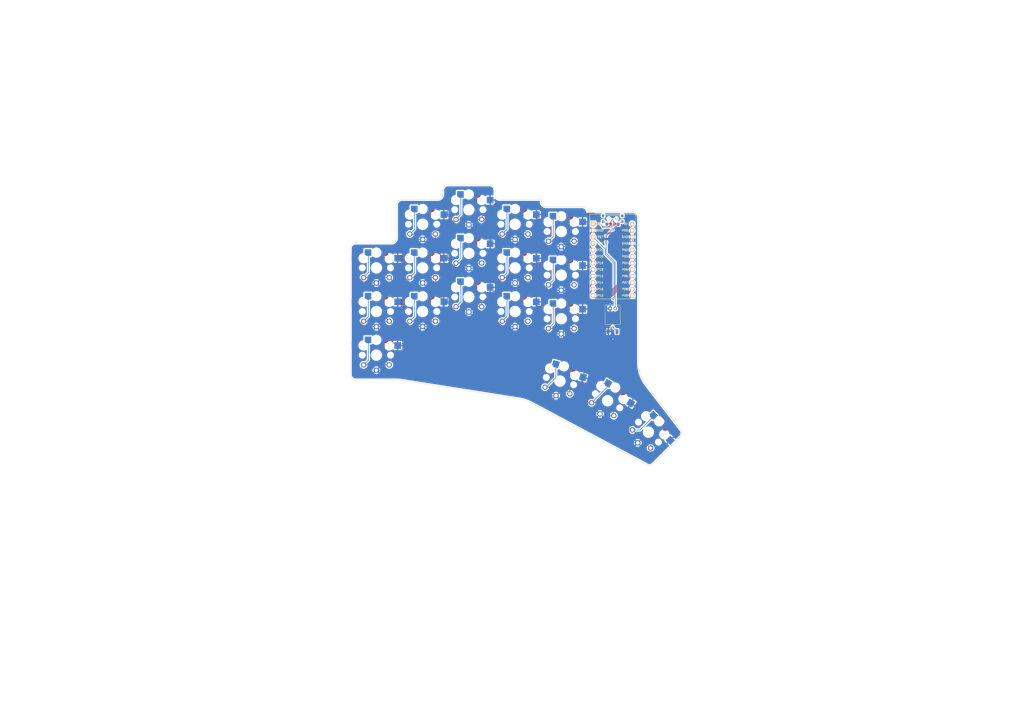
<source format=kicad_pcb>
(kicad_pcb (version 20211014) (generator pcbnew)
  (title_block (title "rae_dux_no_splay") (rev "v1.0.0") (company "Unknown"))
  (layers (0 "F.Cu" signal) (31 "B.Cu" signal) (34 "B.Paste" user) (35 "F.Paste" user) (36 "B.SilkS" user "B.Silkscreen") (37 "F.SilkS" user "F.Silkscreen") (38 "B.Mask" user) (39 "F.Mask" user) (44 "Edge.Cuts" user))
  (net 0 "")
  (net 1 "P6")
  (net 2 "GND")
  (net 3 "P5")
  (net 4 "P4")
  (net 5 "P3")
  (net 6 "P2")
  (net 7 "P10")
  (net 8 "P15")
  (net 9 "P0")
  (net 10 "P1")
  (net 11 "P14")
  (net 12 "P18")
  (net 13 "P20")
  (net 14 "P16")
  (net 15 "P19")
  (net 16 "P21")
  (net 17 "P7")
  (net 18 "P8")
  (net 19 "P9")
  (net 20 "RAW")
  (net 21 "RST")
  (net 22 "VCC")
  (net 23 "Braw")
  (footprint "E73:SPDT_C128955" (layer "F.Cu") (at 251.286666 95.386666)
    (fp_text reference "T1" hide)
    (fp_text value "" hide)
  )
  (footprint "lib:bat" (layer "F.Cu") (at 251.286666 130.386666)
    (fp_text reference "")
    (fp_text value "")
  )
  (footprint "PG1350" (layer "F.Cu") (at 265.222822 178.557705 -45)
    (fp_text reference "S35" hide)
    (fp_text value "" hide)
  )
  (footprint "PG1350" (layer "F.Cu") (at 231.286666 100.386666)
    (fp_text reference "S29" hide)
    (fp_text value "" hide)
  )
  (footprint "PG1350" (layer "F.Cu") (at 249.304224 166.342936 -30)
    (fp_text reference "S33" hide)
    (fp_text value "" hide)
  )
  (footprint "PG1350" (layer "F.Cu") (at 177.286666 97.553333 180)
    (fp_text reference "S12" hide)
    (fp_text value "" hide)
  )
  (footprint "PG1350" (layer "F.Cu") (at 159.286666 148.553333 180)
    (fp_text reference "S2" hide)
    (fp_text value "" hide)
  )
  (footprint "PG1350" (layer "F.Cu") (at 195.286666 125.886666 180)
    (fp_text reference "S14" hide)
    (fp_text value "" hide)
  )
  (footprint "E73:SPDT_C128955" (layer "F.Cu") (at 251.286666 95.386666)
    (fp_text reference "T2" hide)
    (fp_text value "" hide)
  )
  (footprint "Button_Switch_SMD:SW_SPST_B3U-1000P" (layer "F.Cu") (at 251.286666 139.386666)
    (fp_text reference "")
    (fp_text value "")
  )
  (footprint "PG1350" (layer "F.Cu") (at 249.304224 166.342936 150)
    (fp_text reference "S34" hide)
    (fp_text value "" hide)
  )
  (footprint "PG1350" (layer "F.Cu") (at 231.286666 117.386666 180)
    (fp_text reference "S28" hide)
    (fp_text value "" hide)
  )
  (footprint "PG1350" (layer "F.Cu") (at 213.286666 97.553333)
    (fp_text reference "S23" hide)
    (fp_text value "" hide)
  )
  (footprint "PG1350" (layer "F.Cu") (at 159.286666 148.553333)
    (fp_text reference "S1" hide)
    (fp_text value "" hide)
  )
  (footprint "PG1350" (layer "F.Cu") (at 159.286666 131.553333 180)
    (fp_text reference "S4" hide)
    (fp_text value "" hide)
  )
  (footprint "PG1350" (layer "F.Cu") (at 195.286666 91.886666 180)
    (fp_text reference "S18" hide)
    (fp_text value "" hide)
  )
  (footprint "PG1350" (layer "F.Cu") (at 213.286666 114.553333)
    (fp_text reference "S21" hide)
    (fp_text value "" hide)
  )
  (footprint "PG1350" (layer "F.Cu") (at 231.286666 117.386666)
    (fp_text reference "S27" hide)
    (fp_text value "" hide)
  )
  (footprint "PG1350" (layer "F.Cu") (at 195.286666 91.886666)
    (fp_text reference "S17" hide)
    (fp_text value "" hide)
  )
  (footprint "PG1350" (layer "F.Cu") (at 231.286666 134.386666 180)
    (fp_text reference "S26" hide)
    (fp_text value "" hide)
  )
  (footprint "ProMicro" (layer "F.Cu") (at 251.286666 111.386666 -90)
    (fp_text reference "MCU1" hide)
    (fp_text value "" hide)
  )
  (footprint "PG1350" (layer "F.Cu") (at 213.286666 114.553333 180)
    (fp_text reference "S22" hide)
    (fp_text value "" hide)
  )
  (footprint "PG1350" (layer "F.Cu") (at 265.222822 178.557705 135)
    (fp_text reference "S36" hide)
    (fp_text value "" hide)
  )
  (footprint "PG1350" (layer "F.Cu") (at 213.286666 97.553333 180)
    (fp_text reference "S24" hide)
    (fp_text value "" hide)
  )
  (footprint "PG1350" (layer "F.Cu") (at 231.286666 134.386666)
    (fp_text reference "S25" hide)
    (fp_text value "" hide)
  )
  (footprint "PG1350" (layer "F.Cu") (at 195.286666 108.886666)
    (fp_text reference "S15" hide)
    (fp_text value "" hide)
  )
  (footprint "PG1350" (layer "F.Cu") (at 177.286666 114.553333)
    (fp_text reference "S9" hide)
    (fp_text value "" hide)
  )
  (footprint "PG1350" (layer "F.Cu") (at 177.286666 97.553333)
    (fp_text reference "S11" hide)
    (fp_text value "" hide)
  )
  (footprint "PG1350" (layer "F.Cu") (at 230.766625 158.664411 -15)
    (fp_text reference "S31" hide)
    (fp_text value "" hide)
  )
  (footprint "PG1350" (layer "F.Cu") (at 159.286666 114.553333)
    (fp_text reference "S5" hide)
    (fp_text value "" hide)
  )
  (footprint "Button_Switch_SMD:SW_SPST_B3U-1000P" (layer "F.Cu") (at 251.286666 139.386666)
    (fp_text reference "")
    (fp_text value "")
  )
  (footprint "PG1350" (layer "F.Cu") (at 231.286666 100.386666 180)
    (fp_text reference "S30" hide)
    (fp_text value "" hide)
  )
  (footprint "PG1350" (layer "F.Cu") (at 195.286666 125.886666)
    (fp_text reference "S13" hide)
    (fp_text value "" hide)
  )
  (footprint "PG1350" (layer "F.Cu") (at 177.286666 131.553333)
    (fp_text reference "S7" hide)
    (fp_text value "" hide)
  )
  (footprint "PG1350" (layer "F.Cu") (at 213.286666 131.553333 180)
    (fp_text reference "S20" hide)
    (fp_text value "" hide)
  )
  (footprint "PG1350" (layer "F.Cu") (at 159.286666 114.553333 180)
    (fp_text reference "S6" hide)
    (fp_text value "" hide)
  )
  (footprint "PG1350" (layer "F.Cu") (at 195.286666 108.886666 180)
    (fp_text reference "S16" hide)
    (fp_text value "" hide)
  )
  (footprint "PG1350" (layer "F.Cu") (at 230.766625 158.664411 165)
    (fp_text reference "S32" hide)
    (fp_text value "" hide)
  )
  (footprint "PG1350" (layer "F.Cu") (at 177.286666 114.553333 180)
    (fp_text reference "S10" hide)
    (fp_text value "" hide)
  )
  (footprint "PG1350" (layer "F.Cu") (at 177.286666 131.553333 180)
    (fp_text reference "S8" hide)
    (fp_text value "" hide)
  )
  (footprint "PG1350" (layer "F.Cu") (at 213.286666 131.553333)
    (fp_text reference "S19" hide)
    (fp_text value "" hide)
  )
  (footprint "PG1350" (layer "F.Cu") (at 159.286666 131.553333)
    (fp_text reference "S3" hide)
    (fp_text value "" hide)
  )
  (gr_arc (start 151.186666 158.153333) (mid 149.772452 157.567547) (end 149.186666 156.153333) (layer "Edge.Cuts") (width 0.15))
  (gr_arc (start 225.386666 90.786666) (mid 223.972452 90.20088) (end 223.386666 88.786666) (layer "Edge.Cuts") (width 0.15))
  (gr_arc (start 203.386666 82.286666) (mid 204.80088 82.872452) (end 205.386666 84.286666) (layer "Edge.Cuts") (width 0.15))
  (gr_arc (start 185.186666 84.286666) (mid 185.772452 82.872452) (end 187.186666 82.286666) (layer "Edge.Cuts") (width 0.15))
  (gr_line (start 167.186666 102.953333) (end 167.186666 89.953333) (layer "Edge.Cuts") (width 0.15))
  (gr_arc (start 214.923815 165.565385) (mid 217.356431 166.16064) (end 219.656105 167.152329) (layer "Edge.Cuts") (width 0.15))
  (gr_arc (start 264.404166 160.372693) (mid 262.087414 156.053537) (end 261.286666 151.218121) (layer "Edge.Cuts") (width 0.15))
  (gr_line (start 149.186666 156.153333) (end 149.186666 106.953333) (layer "Edge.Cuts") (width 0.15))
  (gr_line (start 185.186666 85.953333) (end 185.186666 84.286666) (layer "Edge.Cuts") (width 0.15))
  (gr_arc (start 166.745373 158.153333) (mid 167.917216 158.199177) (end 169.081897 158.336429) (layer "Edge.Cuts") (width 0.15))
  (gr_line (start 223.386666 87.953333) (end 223.386666 88.786666) (layer "Edge.Cuts") (width 0.15))
  (gr_arc (start 259.286666 92.736666) (mid 260.70088 93.322452) (end 261.286666 94.736666) (layer "Edge.Cuts") (width 0.15))
  (gr_line (start 187.186666 82.286666) (end 203.386666 82.286666) (layer "Edge.Cuts") (width 0.15))
  (gr_line (start 264.404166 160.372693) (end 277.59719 177.497045) (layer "Edge.Cuts") (width 0.15))
  (gr_arc (start 167.186666 89.953333) (mid 167.772452 88.539119) (end 169.186666 87.953333) (layer "Edge.Cuts") (width 0.15))
  (gr_line (start 151.186666 104.953333) (end 165.186666 104.953333) (layer "Edge.Cuts") (width 0.15))
  (gr_arc (start 207.386666 87.953333) (mid 205.972452 87.367547) (end 205.386666 85.953333) (layer "Edge.Cuts") (width 0.15))
  (gr_arc (start 239.386666 90.786666) (mid 240.78309 91.354884) (end 241.386041 92.736666) (layer "Edge.Cuts") (width 0.15))
  (gr_line (start 264.162161 190.932074) (end 219.656105 167.152329) (layer "Edge.Cuts") (width 0.15))
  (gr_line (start 205.386666 84.286666) (end 205.386666 85.953333) (layer "Edge.Cuts") (width 0.15))
  (gr_arc (start 185.186666 85.953333) (mid 184.60088 87.367547) (end 183.186666 87.953333) (layer "Edge.Cuts") (width 0.15))
  (gr_line (start 225.386666 90.786666) (end 239.386666 90.786666) (layer "Edge.Cuts") (width 0.15))
  (gr_line (start 259.286666 92.736666) (end 241.386041 92.736666) (layer "Edge.Cuts") (width 0.15))
  (gr_line (start 214.923815 165.565386) (end 169.081897 158.336429) (layer "Edge.Cuts") (width 0.15))
  (gr_line (start 151.186666 158.153333) (end 166.745373 158.153333) (layer "Edge.Cuts") (width 0.15))
  (gr_arc (start 266.990589 190.932074) (mid 265.576375 191.517861) (end 264.162161 190.932074) (layer "Edge.Cuts") (width 0.15))
  (gr_arc (start 277.59719 177.497046) (mid 278.182976 178.911259) (end 277.59719 180.325472) (layer "Edge.Cuts") (width 0.15))
  (gr_line (start 261.286666 151.218121) (end 261.286666 94.736666) (layer "Edge.Cuts") (width 0.15))
  (gr_line (start 169.186666 87.953333) (end 183.186666 87.953333) (layer "Edge.Cuts") (width 0.15))
  (gr_line (start 207.386666 87.953333) (end 223.386666 87.953333) (layer "Edge.Cuts") (width 0.15))
  (gr_arc (start 149.186666 106.953333) (mid 149.772452 105.539119) (end 151.186666 104.953333) (layer "Edge.Cuts") (width 0.15))
  (gr_line (start 266.990589 190.932074) (end 277.59719 180.325472) (layer "Edge.Cuts") (width 0.15))
  (gr_arc (start 167.186666 102.953333) (mid 166.60088 104.367547) (end 165.186666 104.953333) (layer "Edge.Cuts") (width 0.15))
  (segment (start 166.230416 144.096109) (end 244.363301 144.096109) (width 0.25) (layer "F.Cu") (net 1))
  (segment (start 163.510213 142.928812) (end 165.063119 142.928812) (width 0.25) (layer "F.Cu") (net 1))
  (segment (start 162.412145 150.478812) (end 164.286666 152.353333) (width 0.25) (layer "F.Cu") (net 1))
  (segment (start 162.412145 142.752854) (end 162.412145 150.478812) (width 0.25) (layer "F.Cu") (net 1))
  (segment (start 163.198679 143.240346) (end 163.510213 142.928812) (width 0.25) (layer "F.Cu") (net 1))
  (segment (start 244.363301 144.096109) (end 248.064362 140.395048) (width 0.25) (layer "F.Cu") (net 1))
  (segment (start 162.561666 142.603333) (end 162.412145 142.752854) (width 0.25) (layer "F.Cu") (net 1))
  (segment (start 162.561666 142.603333) (end 163.198679 143.240346) (width 0.25) (layer "F.Cu") (net 1))
  (segment (start 164.286666 152.353333) (end 154.286666 152.353333) (width 0.25) (layer "F.Cu") (net 1))
  (segment (start 248.064362 140.395048) (end 248.064362 128.57897) (width 0.25) (layer "F.Cu") (net 1))
  (segment (start 165.063119 142.928812) (end 166.230416 144.096109) (width 0.25) (layer "F.Cu") (net 1))
  (segment (start 248.064362 128.57897) (end 258.906666 117.736666) (width 0.25) (layer "F.Cu") (net 1))
  (segment (start 156.161187 150.478812) (end 154.286666 152.353333) (width 0.25) (layer "B.Cu") (net 1))
  (segment (start 156.011666 142.603333) (end 156.161187 142.752854) (width 0.25) (layer "B.Cu") (net 1))
  (segment (start 156.161187 142.752854) (end 156.161187 150.478812) (width 0.25) (layer "B.Cu") (net 1))
  (segment (start 187.011666 122.136666) (end 187.011666 128.307436) (width 0.25) (layer "F.Cu") (net 2))
  (segment (start 262.023164 170.054746) (end 257.659771 174.418139) (width 0.25) (layer "F.Cu") (net 2))
  (segment (start 169.011666 110.803333) (end 169.011666 116.974103) (width 0.25) (layer "F.Cu") (net 2))
  (segment (start 151.011666 127.803333) (end 151.011666 133.974103) (width 0.25) (layer "F.Cu") (net 2))
  (segment (start 223.011666 136.807436) (end 226.490896 140.286666) (width 0.25) (layer "F.Cu") (net 2))
  (segment (start 222.682714 162.309381) (end 224.736706 164.363373) (width 0.25) (layer "F.Cu") (net 2))
  (segment (start 152.246666 155.373333) (end 158.366666 155.373333) (width 0.25) (layer "F.Cu") (net 2))
  (segment (start 257.659771 174.418139) (end 257.659771 179.338514) (width 0.25) (layer "F.Cu") (net 2))
  (segment (start 223.011666 113.636666) (end 223.011666 119.807436) (width 0.25) (layer "F.Cu") (net 2))
  (segment (start 169.011666 127.803333) (end 169.011666 133.974103) (width 0.25) (layer "F.Cu") (net 2))
  (segment (start 222.682714 153.961908) (end 222.682714 162.309381) (width 0.25) (layer "F.Cu") (net 2))
  (segment (start 205.011666 93.803333) (end 205.011666 99.974103) (width 0.25) (layer "F.Cu") (net 2))
  (segment (start 226.490896 123.286666) (end 231.286666 123.286666) (width 0.25) (layer "F.Cu") (net 2))
  (segment (start 241.733586 161.237119) (end 241.733586 168.660253) (width 0.25) (layer "F.Cu") (net 2))
  (segment (start 244.525819 171.452486) (end 246.354224 171.452486) (width 0.25) (layer "F.Cu") (net 2))
  (segment (start 187.011666 128.307436) (end 190.490896 131.786666) (width 0.25) (layer "F.Cu") (net 2))
  (segment (start 223.011666 130.636666) (end 223.011666 136.807436) (width 0.25) (layer "F.Cu") (net 2))
  (segment (start 223.011666 96.636666) (end 223.011666 102.807436) (width 0.25) (layer "F.Cu") (net 2))
  (segment (start 252.986666 140.765559) (end 252.986666 139.386666) (width 0.25) (layer "F.Cu") (net 2))
  (segment (start 169.011666 116.974103) (end 172.490896 120.453333) (width 0.25) (layer "F.Cu") (net 2))
  (segment (start 190.490896 97.786666) (end 195.286666 97.786666) (width 0.25) (layer "F.Cu") (net 2))
  (segment (start 169.011666 133.974103) (end 172.490896 137.453333) (width 0.25) (layer "F.Cu") (net 2))
  (segment (start 151.011666 154.138333) (end 152.246666 155.373333) (width 0.25) (layer "F.Cu") (net 2))
  (segment (start 151.011666 116.974103) (end 154.490896 120.453333) (width 0.25) (layer "F.Cu") (net 2))
  (segment (start 205.011666 133.974103) (end 208.490896 137.453333) (width 0.25) (layer "F.Cu") (net 2))
  (segment (start 208.490896 103.453333) (end 213.286666 103.453333) (width 0.25) (layer "F.Cu") (net 2))
  (segment (start 171.446666 103.453333) (end 177.286666 103.453333) (width 0.25) (layer "F.Cu") (net 2))
  (segment (start 187.011666 105.136666) (end 187.011666 111.307436) (width 0.25) (layer "F.Cu") (net 2))
  (segment (start 154.490896 120.453333) (end 159.286666 120.453333) (width 0.25) (layer "F.Cu") (net 2))
  (segment (start 172.490896 137.453333) (end 177.286666 137.453333) (width 0.25) (layer "F.Cu") (net 2))
  (segment (start 208.490896 137.453333) (end 213.286666 137.453333) (width 0.25) (layer "F.Cu") (net 2))
  (segment (start 169.011666 93.803333) (end 169.011666 101.018333) (width 0.25) (layer "F.Cu") (net 2))
  (segment (start 151.011666 133.974103) (end 154.490896 137.453333) (width 0.25) (layer "F.Cu") (net 2))
  (segment (start 190.490896 131.786666) (end 195.286666 131.786666) (width 0.25) (layer "F.Cu") (net 2))
  (segment (start 158.366666 155.373333) (end 159.286666 154.453333) (width 0.25) (layer "F.Cu") (net 2))
  (segment (start 251.383356 142.368869) (end 252.986666 140.765559) (width 0.25) (layer "F.Cu") (net 2))
  (segment (start 187.011666 111.307436) (end 190.490896 114.786666) (width 0.25) (layer "F.Cu") (net 2))
  (segment (start 205.011666 99.974103) (end 208.490896 103.453333) (width 0.25) (layer "F.Cu") (net 2))
  (segment (start 226.490896 106.286666) (end 231.286666 106.286666) (width 0.25) (layer "F.Cu") (net 2))
  (segment (start 223.011666 119.807436) (end 226.490896 123.286666) (width 0.25) (layer "F.Cu") (net 2))
  (segment (start 190.490896 114.786666) (end 195.286666 114.786666) (width 0.25) (layer "F.Cu") (net 2))
  (segment (start 208.490896 120.453333) (end 213.286666 120.453333) (width 0.25) (layer "F.Cu") (net 2))
  (segment (start 223.74416 152.900462) (end 222.682714 153.961908) (width 0.25) (layer "F.Cu") (net 2))
  (segment (start 205.011666 127.803333) (end 205.011666 133.974103) (width 0.25) (layer "F.Cu") (net 2))
  (segment (start 154.490896 137.453333) (end 159.286666 137.453333) (width 0.25) (layer "F.Cu") (net 2))
  (segment (start 257.659771 179.338514) (end 261.050892 182.729635) (width 0.25) (layer "F.Cu") (net 2))
  (segment (start 187.011666 94.307436) (end 190.490896 97.786666) (width 0.25) (layer "F.Cu") (net 2))
  (segment (start 244.012864 158.957841) (end 241.733586 161.237119) (width 0.25) (layer "F.Cu") (net 2))
  (segment (start 241.733586 168.660253) (end 244.525819 171.452486) (width 0.25) (layer "F.Cu") (net 2))
  (segment (start 151.011666 144.803333) (end 151.011666 154.138333) (width 0.25) (layer "F.Cu") (net 2))
  (segment (start 224.736706 164.363373) (end 229.239593 164.363373) (width 0.25) (layer "F.Cu") (net 2))
  (segment (start 172.490896 120.453333) (end 177.286666 120.453333) (width 0.25) (layer "F.Cu") (net 2))
  (segment (start 151.011666 110.803333) (end 151.011666 116.974103) (width 0.25) (layer "F.Cu") (net 2))
  (segment (start 223.011666 102.807436) (end 226.490896 106.286666) (width 0.25) (layer "F.Cu") (net 2))
  (segment (start 226.490896 140.286666) (end 231.286666 140.286666) (width 0.25) (layer "F.Cu") (net 2))
  (segment (start 205.011666 116.974103) (end 208.490896 120.453333) (width 0.25) (layer "F.Cu") (net 2))
  (segment (start 205.011666 110.803333) (end 205.011666 116.974103) (width 0.25) (layer "F.Cu") (net 2))
  (segment (start 187.011666 88.136666) (end 187.011666 94.307436) (width 0.25) (layer "F.Cu") (net 2))
  (segment (start 169.011666 101.018333) (end 171.446666 103.453333) (width 0.25) (layer "F.Cu") (net 2))
  (via (at 251.383356 142.368869) (size 0.8) (drill 0.4) (layers "F.Cu" "B.Cu") (net 2))
  (segment (start 231.286666 140.286666) (end 248.686666 140.286666) (width 0.25) (layer "B.Cu") (net 2))
  (segment (start 167.561666 127.803333) (end 167.561666 137.388333) (width 0.25) (layer "B.Cu") (net 2))
  (segment (start 220.673333 140.286666) (end 231.286666 140.286666) (width 0.25) (layer "B.Cu") (net 2))
  (segment (start 221.561666 110.803333) (end 221.561666 106.378333) (width 0.25) (layer "B.Cu") (net 2))
  (segment (start 239.730233 171.168072) (end 239.445819 171.452486) (width 0.25) (layer "B.Cu") (net 2))
  (segment (start 166.566666 154.453333) (end 159.286666 154.453333) (width 0.25) (layer "B.Cu") (net 2))
  (segment (start 193.06051 100.012822) (end 185.786155 100.012822) (width 0.25) (layer "B.Cu") (net 2))
  (segment (start 203.561666 122.136666) (end 203.561666 120.578333) (width 0.25) (layer "B.Cu") (net 2))
  (segment (start 250.950868 176.049131) (end 246.354224 171.452486) (width 0.25) (layer "B.Cu") (net 2))
  (segment (start 257.631373 182.729635) (end 250.950868 176.049131) (width 0.25) (layer "B.Cu") (net 2))
  (segment (start 258.345584 168.654415) (end 250.950868 176.049131) (width 0.25) (layer "B.Cu") (net 2))
  (segment (start 231.286666 106.286666) (end 221.653333 106.286666) (width 0.25) (layer "B.Cu") (net 2))
  (segment (start 202.390173 120.453333) (end 203.686666 120.453333) (width 0.25) (layer "B.Cu") (net 2))
  (segment (start 167.561666 144.803333) (end 167.561666 153.458333) (width 0.25) (layer "B.Cu") (net 2))
  (segment (start 167.561666 110.803333) (end 167.561666 119.888333) (width 0.25) (layer "B.Cu") (net 2))
  (segment (start 249.586666 140.572179) (end 249.586666 139.386666) (width 0.25) (layer "B.Cu") (net 2))
  (segment (start 257.267667 103.397667) (end 258.906666 105.036666) (width 0.25) (layer "B.Cu") (net 2))
  (segment (start 222.433333 123.286666) (end 231.286666 123.286666) (width 0.25) (layer "B.Cu") (net 2))
  (segment (start 193.06051 117.012822) (end 195.286666 114.786666) (width 0.25) (layer "B.Cu") (net 2))
  (segment (start 237.779999 106.286666) (end 239.561666 104.504999) (width 0.25) (layer "B.Cu") (net 2))
  (segment (start 269.362388 186.120756) (end 264.442013 186.120756) (width 0.25) (layer "B.Cu") (net 2))
  (segment (start 239.561666 130.636666) (end 232.211666 123.286666) (width 0.25) (layer "B.Cu") (net 2))
  (segment (start 273.725781 181.757363) (end 269.362388 186.120756) (width 0.25) (layer "B.Cu") (net 2))
  (segment (start 169.936666 144.803333) (end 177.286666 137.453333) (width 0.25) (layer "B.Cu") (net 2))
  (segment (start 203.561666 105.136666) (end 203.561666 104.058333) (width 0.25) (layer "B.Cu") (net 2))
  (segment (start 167.561666 119.888333) (end 168.126666 120.453333) (width 0.25) (layer "B.Cu") (net 2))
  (segment (start 239.730233 157.183917) (end 249.586666 147.327484) (width 0.25) (layer "B.Cu") (net 2))
  (segment (start 185.527177 117.012822) (end 193.06051 117.012822) (width 0.25) (layer "B.Cu") (net 2))
  (segment (start 203.561666 104.058333) (end 204.166666 103.453333) (width 0.25) (layer "B.Cu") (net 2))
  (segment (start 251.383356 142.368869) (end 249.586666 140.572179) (width 0.25) (layer "B.Cu") (net 2))
  (segment (start 216.119999 140.286666) (end 220.673333 140.286666) (width 0.25) (layer "B.Cu") (net 2))
  (segment (start 200.082436 131.786666) (end 195.286666 131.786666) (width 0.25) (layer "B.Cu") (net 2))
  (segment (start 216.119999 123.286666) (end 222.433333 123.286666) (width 0.25) (layer "B.Cu") (net 2))
  (segment (start 185.406666 137.453333) (end 189.619999 137.453333) (width 0.25) (layer "B.Cu") (net 2))
  (segment (start 203.561666 88.136666) (end 203.561666 94.307436) (width 0.25) (layer "B.Cu") (net 2))
  (segment (start 203.561666 128.307436) (end 200.082436 131.786666) (width 0.25) (layer "B.Cu") (net 2))
  (segment (start 250.036666 130.636666) (end 250.286666 130.386666) (width 0.25) (layer "B.Cu") (net 2))
  (segment (start 180.727177 117.012822) (end 185.527177 117.012822) (width 0.25) (layer "B.Cu") (net 2))
  (segment (start 221.653333 106.286666) (end 216.119999 106.286666) (width 0.25) (layer "B.Cu") (net 2))
  (segment (start 213.286666 120.453333) (end 216.119999 123.286666) (width 0.25) (layer "B.Cu") (net 2))
  (segment (start 185.786155 100.012822) (end 180.727177 100.012822) (width 0.25) (layer "B.Cu") (net 2))
  (segment (start 185.561666 116.978333) (end 185.527177 117.012822) (width 0.25) (layer "B.Cu") (net 2))
  (segment (start 167.561666 153.458333) (end 166.566666 154.453333) (width 0.25) (layer "B.Cu") (net 2))
  (segment (start 247.107667 103.397667) (end 243.666666 99.956666) (width 0.25) (layer "B.Cu") (net 2))
  (segment (start 216.119999 106.286666) (end 213.286666 103.453333) (width 0.25) (layer "B.Cu") (net 2))
  (segment (start 246.354224 171.452486) (end 239.445819 171.452486) (width 0.25) (layer "B.Cu") (net 2))
  (segment (start 195.286666 131.786666) (end 200.953333 137.453333) (width 0.25) (layer "B.Cu") (net 2))
  (segment (start 248.686666 140.286666) (end 249.586666 139.386666) (width 0.25) (layer "B.Cu") (net 2))
  (segment (start 264.442013 186.120756) (end 261.050892 182.729635) (width 0.25) (layer "B.Cu") (net 2))
  (segment (start 239.561666 113.636666) (end 239.561666 121.398333) (width 0.25) (layer "B.Cu") (net 2))
  (segment (start 204.166666 103.453333) (end 201.254307 103.453333) (width 0.25) (layer "B.Cu") (net 2))
  (segment (start 185.561666 99.788333) (end 185.786155 100.012822) (width 0.25) (layer "B.Cu") (net 2))
  (segment (start 203.561666 94.307436) (end 200.082436 97.786666) (width 0.25) (layer "B.Cu") (net 2))
  (segment (start 196.723506 114.786666) (end 202.390173 120.453333) (width 0.25) (layer "B.Cu") (net 2))
  (segment (start 185.561666 110.803333) (end 185.561666 116.978333) (width 0.25) (layer "B.Cu") (net 2))
  (segment (start 213.286666 103.453333) (end 204.166666 103.453333) (width 0.25) (layer "B.Cu") (net 2))
  (segment (start 195.58764 97.786666) (end 195.286666 97.786666) (width 0.25) (layer "B.Cu") (net 2))
  (segment (start 200.082436 97.786666) (end 195.286666 97.786666) (width 0.25) (layer "B.Cu") (net 2))
  (segment (start 258.906666 102.496666) (end 258.906666 105.036666) (width 0.25) (layer "B.Cu") (net 2))
  (segment (start 221.561666 93.803333) (end 221.561666 106.194999) (width 0.25) (layer "B.Cu") (net 2))
  (segment (start 180.727177 100.012822) (end 177.286666 103.453333) (width 0.25) (layer "B.Cu") (net 2))
  (segment (start 239.730233 157.183917) (end 239.730233 171.168072) (width 0.25) (layer "B.Cu") (net 2))
  (segment (start 247.107667 103.397667) (end 257.267667 103.397667) (width 0.25) (layer "B.Cu") (net 2))
  (segment (start 237.779999 106.286666) (end 231.286666 106.286666) (width 0.25) (layer "B.Cu") (net 2))
  (segment (start 221.561666 110.803333) (end 221.561666 122.414999) (width 0.25) (layer "B.Cu") (net 2))
  (segment (start 213.286666 137.453333) (end 216.119999 140.286666) (width 0.25) (layer "B.Cu") (net 2))
  (segment (start 221.561666 122.414999) (end 222.433333 123.286666) (width 0.25) (layer "B.Cu") (net 2))
  (segment (start 236.328706 171.452486) (end 233.238109 168.36189) (width 0.25) (layer "B.Cu") (net 2))
  (segment (start 232.211666 123.286666) (end 231.286666 123.286666) (width 0.25) (layer "B.Cu") (net 2))
  (segment (start 201.254307 103.453333) (end 195.58764 97.786666) (width 0.25) (layer "B.Cu") (net 2))
  (segment (start 185.561666 137.298333) (end 185.406666 137.453333) (width 0.25) (layer "B.Cu") (net 2))
  (segment (start 177.286666 137.453333) (end 185.406666 137.453333) (width 0.25) (layer "B.Cu") (net 2))
  (segment (start 200.953333 137.453333) (end 213.286666 137.453333) (width 0.25) (layer "B.Cu") (net 2))
  (segment (start 261.050892 182.729635) (end 257.631373 182.729635) (width 0.25) (layer "B.Cu") (net 2))
  (segment (start 237.673333 123.286666) (end 231.286666 123.286666) (width 0.25) (layer "B.Cu") (net 2))
  (segment (start 221.561666 127.803333) (end 221.561666 139.398333) (width 0.25) (layer "B.Cu") (net 2))
  (segment (start 221.561666 106.378333) (end 221.653333 106.286666) (width 0.25) (layer "B.Cu") (net 2))
  (segment (start 221.561666 106.194999) (end 221.653333 106.286666) (width 0.25) (layer "B.Cu") (net 2))
  (segment (start 239.445819 171.452486) (end 236.328706 171.452486) (width 0.25) (layer "B.Cu") (net 2))
  (segment (start 159.286666 137.453333) (end 167.626666 137.453333) (width 0.25) (layer "B.Cu") (net 2))
  (segment (start 233.238109 168.36189) (end 229.239593 164.363373) (width 0.25) (layer "B.Cu") (net 2))
  (segment (start 167.561666 137.388333) (end 167.626666 137.453333) (width 0.25) (layer "B.Cu") (net 2))
  (segment (start 203.561666 122.136666) (end 203.561666 128.307436) (width 0.25) (layer "B.Cu") (net 2))
  (segment (start 249.586666 147.327484) (end 249.586666 139.386666) (width 0.25) (layer "B.Cu") (net 2))
  (segment (start 221.561666 139.398333) (end 220.673333 140.286666) (width 0.25) (layer "B.Cu") (net 2))
  (segment (start 195.286666 114.786666) (end 196.723506 114.786666) (width 0.25) (layer "B.Cu") (net 2))
  (segment (start 167.561666 144.803333) (end 169.936666 144.803333) (width 0.25) (layer "B.Cu") (net 2))
  (segment (start 177.286666 120.453333) (end 180.727177 117.012822) (width 0.25) (layer "B.Cu") (net 2))
  (segment (start 195.286666 97.786666) (end 193.06051 100.012822) (width 0.25) (layer "B.Cu") (net 2))
  (segment (start 167.626666 137.453333) (end 177.286666 137.453333) (width 0.25) (layer "B.Cu") (net 2))
  (segment (start 240.346666 96.636666) (end 239.561666 96.636666) (width 0.25) (layer "B.Cu") (net 2))
  (segment (start 203.561666 120.578333) (end 203.686666 120.453333) (width 0.25) (layer "B.Cu") (net 2))
  (segment (start 203.686666 120.453333) (end 213.286666 120.453333) (width 0.25) (layer "B.Cu") (net 2))
  (segment (start 185.561666 93.803333) (end 185.561666 99.788333) (width 0.25) (layer "B.Cu") (net 2))
  (segment (start 258.345584 167.232841) (end 258.345584 168.654415) (width 0.25) (layer "B.Cu") (net 2))
  (segment (start 239.561666 104.504999) (end 239.561666 96.636666) (width 0.25) (layer "B.Cu") (net 2))
  (segment (start 239.561666 130.636666) (end 250.036666 130.636666) (width 0.25) (layer "B.Cu") (net 2))
  (segment (start 239.561666 121.398333) (end 237.673333 123.286666) (width 0.25) (layer "B.Cu") (net 2))
  (segment (start 185.561666 127.803333) (end 185.561666 137.298333) (width 0.25) (layer "B.Cu") (net 2))
  (segment (start 168.126666 120.453333) (end 177.286666 120.453333) (width 0.25) (layer "B.Cu") (net 2))
  (segment (start 159.286666 120.453333) (end 168.126666 120.453333) (width 0.25) (layer "B.Cu") (net 2))
  (segment (start 189.619999 137.453333) (end 195.286666 131.786666) (width 0.25) (layer "B.Cu") (net 2))
  (segment (start 243.666666 99.956666) (end 240.346666 96.636666) (width 0.25) (layer "B.Cu") (net 2))
  (segment (start 162.412145 125.752854) (end 162.412145 133.478812) (width 0.25) (layer "F.Cu") (net 3))
  (segment (start 247.614842 140.20885) (end 247.614842 128.392772) (width 0.25) (layer "F.Cu") (net 3))
  (segment (start 164.286666 135.353333) (end 154.286666 135.353333) (width 0.25) (layer "F.Cu") (net 3))
  (segment (start 257.705855 116.397477) (end 258.906666 115.196666) (width 0.25) (layer "F.Cu") (net 3))
  (segment (start 247.614842 128.392772) (end 257.705855 118.301759) (width 0.25) (layer "F.Cu") (net 3))
  (segment (start 172.579923 143.646589) (end 244.177103 143.646589) (width 0.25) (layer "F.Cu") (net 3))
  (segment (start 162.412145 133.478812) (end 164.286666 135.353333) (width 0.25) (layer "F.Cu") (net 3))
  (segment (start 164.286666 135.353333) (end 172.579923 143.646589) (width 0.25) (layer "F.Cu") (net 3))
  (segment (start 162.561666 125.603333) (end 162.412145 125.752854) (width 0.25) (layer "F.Cu") (net 3))
  (segment (start 244.177103 143.646589) (end 247.614842 140.20885) (width 0.25) (layer "F.Cu") (net 3))
  (segment (start 257.705855 118.301759) (end 257.705855 116.397477) (width 0.25) (layer "F.Cu") (net 3))
  (segment (start 156.161187 125.752854) (end 156.161187 133.478812) (width 0.25) (layer "B.Cu") (net 3))
  (segment (start 156.011666 125.603333) (end 156.161187 125.752854) (width 0.25) (layer "B.Cu") (net 3))
  (segment (start 156.161187 133.478812) (end 154.286666 135.353333) (width 0.25) (layer "B.Cu") (net 3))
  (segment (start 257.256335 118.115561) (end 257.256335 114.586667) (width 0.25) (layer "F.Cu") (net 4))
  (segment (start 172.76612 143.197069) (end 243.990905 143.197069) (width 0.25) (layer "F.Cu") (net 4))
  (segment (start 162.561666 108.603333) (end 162.412145 108.752854) (width 0.25) (layer "F.Cu") (net 4))
  (segment (start 162.412145 116.478812) (end 164.286666 118.353333) (width 0.25) (layer "F.Cu") (net 4))
  (segment (start 247.165322 128.206574) (end 257.256335 118.115561) (width 0.25) (layer "F.Cu") (net 4))
  (segment (start 164.286666 118.353333) (end 154.286666 118.353333) (width 0.25) (layer "F.Cu") (net 4))
  (segment (start 247.165322 140.022652) (end 247.165322 128.206574) (width 0.25) (layer "F.Cu") (net 4))
  (segment (start 243.990905 143.197069) (end 247.165322 140.022652) (width 0.25) (layer "F.Cu") (net 4))
  (segment (start 257.256335 114.586667) (end 258.906666 112.936336) (width 0.25) (layer "F.Cu") (net 4))
  (segment (start 167.387155 137.818104) (end 172.76612 143.197069) (width 0.25) (layer "F.Cu") (net 4))
  (segment (start 162.412145 108.752854) (end 162.412145 116.478812) (width 0.25) (layer "F.Cu") (net 4))
  (segment (start 167.387155 121.453822) (end 167.387155 137.818104) (width 0.25) (layer "F.Cu") (net 4))
  (segment (start 164.286666 118.353333) (end 167.387155 121.453822) (width 0.25) (layer "F.Cu") (net 4))
  (segment (start 258.906666 112.936336) (end 258.906666 112.656666) (width 0.25) (layer "F.Cu") (net 4))
  (segment (start 156.161187 116.478812) (end 154.286666 118.353333) (width 0.25) (layer "B.Cu") (net 4))
  (segment (start 156.161187 108.752854) (end 156.161187 116.478812) (width 0.25) (layer "B.Cu") (net 4))
  (segment (start 156.011666 108.603333) (end 156.161187 108.752854) (width 0.25) (layer "B.Cu") (net 4))
  (segment (start 182.286666 135.353333) (end 172.286666 135.353333) (width 0.25) (layer "F.Cu") (net 5))
  (segment (start 189.680884 142.747549) (end 243.804707 142.747549) (width 0.25) (layer "F.Cu") (net 5))
  (segment (start 246.715802 128.020377) (end 256.806815 117.929364) (width 0.25) (layer "F.Cu") (net 5))
  (segment (start 180.412145 133.478812) (end 182.286666 135.353333) (width 0.25) (layer "F.Cu") (net 5))
  (segment (start 243.804707 142.747549) (end 246.715802 139.836454) (width 0.25) (layer "F.Cu") (net 5))
  (segment (start 246.715802 139.836454) (end 246.715802 128.020377) (width 0.25) (layer "F.Cu") (net 5))
  (segment (start 180.561666 125.603333) (end 180.412145 125.752854) (width 0.25) (layer "F.Cu") (net 5))
  (segment (start 180.412145 125.752854) (end 180.412145 133.478812) (width 0.25) (layer "F.Cu") (net 5))
  (segment (start 182.286666 135.353333) (end 189.680884 142.747549) (width 0.25) (layer "F.Cu") (net 5))
  (segment (start 256.806815 112.216517) (end 258.906666 110.116666) (width 0.25) (layer "F.Cu") (net 5))
  (segment (start 256.806815 117.929364) (end 256.806815 112.216517) (width 0.25) (layer "F.Cu") (net 5))
  (segment (start 174.011666 125.603333) (end 174.161187 125.752854) (width 0.25) (layer "B.Cu") (net 5))
  (segment (start 174.161187 133.478812) (end 172.286666 135.353333) (width 0.25) (layer "B.Cu") (net 5))
  (segment (start 174.161187 125.752854) (end 174.161187 133.478812) (width 0.25) (layer "B.Cu") (net 5))
  (segment (start 180.412145 116.478812) (end 182.286666 118.353333) (width 0.25) (layer "F.Cu") (net 6))
  (segment (start 185.266666 137.697615) (end 189.867081 142.298029) (width 0.25) (layer "F.Cu") (net 6))
  (segment (start 256.357295 117.743166) (end 256.357295 110.126037) (width 0.25) (layer "F.Cu") (net 6))
  (segment (start 180.412145 108.752854) (end 180.412145 116.478812) (width 0.25) (layer "F.Cu") (net 6))
  (segment (start 243.618509 142.298029) (end 246.226666 139.689872) (width 0.25) (layer "F.Cu") (net 6))
  (segment (start 256.357295 110.126037) (end 258.906666 107.576666) (width 0.25) (layer "F.Cu") (net 6))
  (segment (start 182.286666 124.453333) (end 185.266666 127.433333) (width 0.25) (layer "F.Cu") (net 6))
  (segment (start 180.561666 108.603333) (end 180.412145 108.752854) (width 0.25) (layer "F.Cu") (net 6))
  (segment (start 182.286666 118.353333) (end 172.286666 118.353333) (width 0.25) (layer "F.Cu") (net 6))
  (segment (start 189.867081 142.298029) (end 243.618509 142.298029) (width 0.25) (layer "F.Cu") (net 6))
  (segment (start 246.226666 127.873795) (end 256.357295 117.743166) (width 0.25) (layer "F.Cu") (net 6))
  (segment (start 246.226666 139.689872) (end 246.226666 127.873795) (width 0.25) (layer "F.Cu") (net 6))
  (segment (start 185.266666 127.433333) (end 185.266666 137.697615) (width 0.25) (layer "F.Cu") (net 6))
  (segment (start 182.286666 118.353333) (end 182.286666 124.453333) (width 0.25) (layer "F.Cu") (net 6))
  (segment (start 174.161187 108.752854) (end 174.161187 116.478812) (width 0.25) (layer "B.Cu") (net 6))
  (segment (start 174.011666 108.603333) (end 174.161187 108.752854) (width 0.25) (layer "B.Cu") (net 6))
  (segment (start 174.161187 116.478812) (end 172.286666 118.353333) (width 0.25) (layer "B.Cu") (net 6))
  (segment (start 245.777146 139.503674) (end 245.777146 127.467146) (width 0.25) (layer "F.Cu") (net 7))
  (segment (start 184.164519 108.551186) (end 184.164519 125.695468) (width 0.25) (layer "F.Cu") (net 7))
  (segment (start 185.716186 137.511417) (end 190.053278 141.848509) (width 0.25) (layer "F.Cu") (net 7))
  (segment (start 182.286666 101.353333) (end 182.286666 106.673333) (width 0.25) (layer "F.Cu") (net 7))
  (segment (start 185.716186 127.247135) (end 185.716186 137.511417) (width 0.25) (layer "F.Cu") (net 7))
  (segment (start 190.053278 141.848509) (end 243.432311 141.848509) (width 0.25) (layer "F.Cu") (net 7))
  (segment (start 243.432311 141.848509) (end 245.777146 139.503674) (width 0.25) (layer "F.Cu") (net 7))
  (segment (start 184.164519 125.695468) (end 185.716186 127.247135) (width 0.25) (layer "F.Cu") (net 7))
  (segment (start 180.561666 91.603333) (end 180.412145 91.752854) (width 0.25) (layer "F.Cu") (net 7))
  (segment (start 182.286666 101.353333) (end 172.286666 101.353333) (width 0.25) (layer "F.Cu") (net 7))
  (segment (start 180.412145 99.478812) (end 182.286666 101.353333) (width 0.25) (layer "F.Cu") (net 7))
  (segment (start 245.777146 127.467146) (end 243.666666 125.356666) (width 0.25) (layer "F.Cu") (net 7))
  (segment (start 180.412145 91.752854) (end 180.412145 99.478812) (width 0.25) (layer "F.Cu") (net 7))
  (segment (start 182.286666 106.673333) (end 184.164519 108.551186) (width 0.25) (layer "F.Cu") (net 7))
  (segment (start 174.161187 99.478812) (end 172.286666 101.353333) (width 0.25) (layer "B.Cu") (net 7))
  (segment (start 174.011666 91.603333) (end 174.161187 91.752854) (width 0.25) (layer "B.Cu") (net 7))
  (segment (start 174.161187 91.752854) (end 174.161187 99.478812) (width 0.25) (layer "B.Cu") (net 7))
  (segment (start 198.412145 127.812145) (end 200.286666 129.686666) (width 0.25) (layer "F.Cu") (net 8))
  (segment (start 200.286666 129.686666) (end 190.286666 129.686666) (width 0.25) (layer "F.Cu") (net 8))
  (segment (start 218.116066 123.489543) (end 219.780336 125.153813) (width 0.25) (layer "F.Cu") (net 8))
  (segment (start 240.058083 125.153813) (end 240.600954 124.610942) (width 0.25) (layer "F.Cu") (net 8))
  (segment (start 198.561666 119.936666) (end 198.412145 120.086187) (width 0.25) (layer "F.Cu") (net 8))
  (segment (start 200.286666 128.249826) (end 205.046949 123.489543) (width 0.25) (layer "F.Cu") (net 8))
  (segment (start 219.780336 125.153813) (end 240.058083 125.153813) (width 0.25) (layer "F.Cu") (net 8))
  (segment (start 240.600954 120.802378) (end 243.666666 117.736666) (width 0.25) (layer "F.Cu") (net 8))
  (segment (start 200.286666 129.686666) (end 200.286666 128.249826) (width 0.25) (layer "F.Cu") (net 8))
  (segment (start 198.412145 120.086187) (end 198.412145 127.812145) (width 0.25) (layer "F.Cu") (net 8))
  (segment (start 240.600954 124.610942) (end 240.600954 120.802378) (width 0.25) (layer "F.Cu") (net 8))
  (segment (start 205.046949 123.489543) (end 218.116066 123.489543) (width 0.25) (layer "F.Cu") (net 8))
  (segment (start 192.011666 119.936666) (end 192.161187 120.086187) (width 0.25) (layer "B.Cu") (net 8))
  (segment (start 192.161187 120.086187) (end 192.161187 127.812145) (width 0.25) (layer "B.Cu") (net 8))
  (segment (start 192.161187 127.812145) (end 190.286666 129.686666) (width 0.25) (layer "B.Cu") (net 8))
  (segment (start 223.180468 92.322853) (end 238.420469 92.322853) (width 0.25) (layer "F.Cu") (net 9))
  (segment (start 201.627177 93.9388) (end 206.387064 89.178913) (width 0.25) (layer "F.Cu") (net 9))
  (segment (start 220.036528 89.178913) (end 223.180468 92.322853) (width 0.25) (layer "F.Cu") (net 9))
  (segment (start 198.412145 110.812145) (end 200.286666 112.686666) (width 0.25) (layer "F.Cu") (net 9))
  (segment (start 198.561666 102.936666) (end 201.627177 99.871155) (width 0.25) (layer "F.Cu") (net 9))
  (segment (start 257.565076 101.298256) (end 258.906666 99.956666) (width 0.25) (layer "F.Cu") (net 9))
  (segment (start 245.449021 100.147894) (end 246.599383 101.298256) (width 0.25) (layer "F.Cu") (net 9))
  (segment (start 198.561666 102.936666) (end 198.412145 103.086187) (width 0.25) (layer "F.Cu") (net 9))
  (segment (start 200.286666 112.686666) (end 190.839999 112.686666) (width 0.25) (layer "F.Cu") (net 9))
  (segment (start 206.387064 89.178913) (end 220.036528 89.178913) (width 0.25) (layer "F.Cu") (net 9))
  (segment (start 198.412145 103.086187) (end 198.412145 110.812145) (width 0.25) (layer "F.Cu") (net 9))
  (segment (start 243.922213 93.674529) (end 245.449021 95.201337) (width 0.25) (layer "F.Cu") (net 9))
  (segment (start 239.772145 93.674529) (end 243.922213 93.674529) (width 0.25) (layer "F.Cu") (net 9))
  (segment (start 246.599383 101.298256) (end 257.565076 101.298256) (width 0.25) (layer "F.Cu") (net 9))
  (segment (start 238.420469 92.322853) (end 239.772145 93.674529) (width 0.25) (layer "F.Cu") (net 9))
  (segment (start 201.627177 99.871155) (end 201.627177 93.9388) (width 0.25) (layer "F.Cu") (net 9))
  (segment (start 245.449021 95.201337) (end 245.449021 100.147894) (width 0.25) (layer "F.Cu") (net 9))
  (segment (start 190.839999 112.686666) (end 190.346666 112.193333) (width 0.25) (layer "F.Cu") (net 9))
  (segment (start 192.011666 102.936666) (end 192.161187 103.086187) (width 0.25) (layer "B.Cu") (net 9))
  (segment (start 192.161187 110.812145) (end 190.286666 112.686666) (width 0.25) (layer "B.Cu") (net 9))
  (segment (start 192.161187 103.086187) (end 192.161187 110.812145) (width 0.25) (layer "B.Cu") (net 9))
  (segment (start 206.190606 88.729393) (end 220.222726 88.729393) (width 0.25) (layer "F.Cu") (net 10))
  (segment (start 245.898541 95.015139) (end 245.898541 99.961696) (width 0.25) (layer "F.Cu") (net 10))
  (segment (start 200.286666 95.686666) (end 200.286666 94.633333) (width 0.25) (layer "F.Cu") (net 10))
  (segment (start 244.108411 93.225009) (end 245.898541 95.015139) (width 0.25) (layer "F.Cu") (net 10))
  (segment (start 238.606666 91.873333) (end 239.958342 93.225009) (width 0.25) (layer "F.Cu") (net 10))
  (segment (start 223.366666 91.873333) (end 238.606666 91.873333) (width 0.25) (layer "F.Cu") (net 10))
  (segment (start 239.958342 93.225009) (end 244.108411 93.225009) (width 0.25) (layer "F.Cu") (net 10))
  (segment (start 246.785581 100.848736) (end 256.108007 100.848736) (width 0.25) (layer "F.Cu") (net 10))
  (segment (start 245.898541 99.961696) (end 246.785581 100.848736) (width 0.25) (layer "F.Cu") (net 10))
  (segment (start 258.906666 98.050077) (end 258.906666 97.416666) (width 0.25) (layer "F.Cu") (net 10))
  (segment (start 256.108007 100.848736) (end 258.906666 98.050077) (width 0.25) (layer "F.Cu") (net 10))
  (segment (start 198.412145 86.086187) (end 198.412145 93.812145) (width 0.25) (layer "F.Cu") (net 10))
  (segment (start 200.286666 95.686666) (end 190.286666 95.686666) (width 0.25) (layer "F.Cu") (net 10))
  (segment (start 220.222726 88.729393) (end 223.366666 91.873333) (width 0.25) (layer "F.Cu") (net 10))
  (segment (start 198.412145 93.812145) (end 200.286666 95.686666) (width 0.25) (layer "F.Cu") (net 10))
  (segment (start 198.561666 85.936666) (end 198.412145 86.086187) (width 0.25) (layer "F.Cu") (net 10))
  (segment (start 200.286666 94.633333) (end 206.190606 88.729393) (width 0.25) (layer "F.Cu") (net 10))
  (segment (start 192.011666 85.936666) (end 192.161187 86.086187) (width 0.25) (layer "B.Cu") (net 10))
  (segment (start 192.161187 93.812145) (end 190.286666 95.686666) (width 0.25) (layer "B.Cu") (net 10))
  (segment (start 192.161187 86.086187) (end 192.161187 93.812145) (width 0.25) (layer "B.Cu") (net 10))
  (segment (start 216.412145 125.752854) (end 216.412145 133.478812) (width 0.25) (layer "F.Cu") (net 11))
  (segment (start 240.244281 125.603333) (end 241.050474 124.79714) (width 0.25) (layer "F.Cu") (net 11))
  (segment (start 241.050474 122.892858) (end 243.666666 120.276666) (width 0.25) (layer "F.Cu") (net 11))
  (segment (start 216.561666 125.603333) (end 240.244281 125.603333) (width 0.25) (layer "F.Cu") (net 11))
  (segment (start 241.050474 124.79714) (end 241.050474 122.892858) (width 0.25) (layer "F.Cu") (net 11))
  (segment (start 216.412145 133.478812) (end 218.286666 135.353333) (width 0.25) (layer "F.Cu") (net 11))
  (segment (start 216.561666 125.603333) (end 216.412145 125.752854) (width 0.25) (layer "F.Cu") (net 11))
  (segment (start 218.286666 135.353333) (end 208.286666 135.353333) (width 0.25) (layer "F.Cu") (net 11))
  (segment (start 210.011666 125.603333) (end 210.161187 125.752854) (width 0.25) (layer "B.Cu") (net 11))
  (segment (start 210.161187 133.478812) (end 208.286666 135.353333) (width 0.25) (layer "B.Cu") (net 11))
  (segment (start 210.161187 125.752854) (end 210.161187 133.478812) (width 0.25) (layer "B.Cu") (net 11))
  (segment (start 216.412145 108.752854) (end 216.412145 116.478812) (width 0.25) (layer "F.Cu") (net 12))
  (segment (start 218.286666 118.353333) (end 208.286666 118.353333) (width 0.25) (layer "F.Cu") (net 12))
  (segment (start 239.871885 124.704293) (end 240.151434 124.424744) (width 0.25) (layer "F.Cu") (net 12))
  (segment (start 216.561666 108.603333) (end 216.412145 108.752854) (width 0.25) (layer "F.Cu") (net 12))
  (segment (start 240.151434 124.424744) (end 240.151434 120.61618) (width 0.25) (layer "F.Cu") (net 12))
  (segment (start 242.267885 118.49973) (end 242.267885 116.595447) (width 0.25) (layer "F.Cu") (net 12))
  (segment (start 224.637626 124.704293) (end 239.871885 124.704293) (width 0.25) (layer "F.Cu") (net 12))
  (segment (start 240.414757 120.352858) (end 242.267885 118.49973) (width 0.25) (layer "F.Cu") (net 12))
  (segment (start 218.286666 118.353333) (end 224.637626 124.704293) (width 0.25) (layer "F.Cu") (net 12))
  (segment (start 216.412145 116.478812) (end 218.286666 118.353333) (width 0.25) (layer "F.Cu") (net 12))
  (segment (start 240.151434 120.61618) (end 240.414757 120.352858) (width 0.25) (layer "F.Cu") (net 12))
  (segment (start 242.267885 116.595447) (end 243.666666 115.196666) (width 0.25) (layer "F.Cu") (net 12))
  (segment (start 210.161187 116.478812) (end 208.286666 118.353333) (width 0.25) (layer "B.Cu") (net 12))
  (segment (start 210.161187 108.752854) (end 210.161187 116.478812) (width 0.25) (layer "B.Cu") (net 12))
  (segment (start 210.011666 108.603333) (end 210.161187 108.752854) (width 0.25) (layer "B.Cu") (net 12))
  (segment (start 218.286666 101.353333) (end 208.286666 101.353333) (width 0.25) (layer "F.Cu") (net 13))
  (segment (start 216.561666 91.603333) (end 216.412145 91.752854) (width 0.25) (layer "F.Cu") (net 13))
  (segment (start 226.495478 109.562145) (end 218.286666 101.353333) (width 0.25) (layer "F.Cu") (net 13))
  (segment (start 216.412145 99.478812) (end 218.286666 101.353333) (width 0.25) (layer "F.Cu") (net 13))
  (segment (start 243.112145 109.562145) (end 226.495478 109.562145) (width 0.25) (layer "F.Cu") (net 13))
  (segment (start 243.666666 110.116666) (end 243.112145 109.562145) (width 0.25) (layer "F.Cu") (net 13))
  (segment (start 216.412145 91.752854) (end 216.412145 99.478812) (width 0.25) (layer "F.Cu") (net 13))
  (segment (start 210.161187 99.478812) (end 208.286666 101.353333) (width 0.25) (layer "B.Cu") (net 13))
  (segment (start 210.011666 91.603333) (end 210.161187 91.752854) (width 0.25) (layer "B.Cu") (net 13))
  (segment (start 210.161187 91.752854) (end 210.161187 99.478812) (width 0.25) (layer "B.Cu") (net 13))
  (segment (start 238.046666 128.436666) (end 243.666666 122.816666) (width 0.25) (layer "F.Cu") (net 14))
  (segment (start 234.561666 128.436666) (end 238.046666 128.436666) (width 0.25) (layer "F.Cu") (net 14))
  (segment (start 236.286666 138.186666) (end 226.286666 138.186666) (width 0.25) (layer "F.Cu") (net 14))
  (segment (start 234.561666 128.436666) (end 234.412145 128.586187) (width 0.25) (layer "F.Cu") (net 14))
  (segment (start 234.412145 136.312145) (end 236.286666 138.186666) (width 0.25) (layer "F.Cu") (net 14))
  (segment (start 234.412145 128.586187) (end 234.412145 136.312145) (width 0.25) (layer "F.Cu") (net 14))
  (segment (start 228.011666 128.436666) (end 228.161187 128.586187) (width 0.25) (layer "B.Cu") (net 14))
  (segment (start 228.161187 128.586187) (end 228.161187 136.312145) (width 0.25) (layer "B.Cu") (net 14))
  (segment (start 228.161187 136.312145) (end 226.286666 138.186666) (width 0.25) (layer "B.Cu") (net 14))
  (segment (start 234.412145 111.586187) (end 234.412145 119.312145) (width 0.25) (layer "F.Cu") (net 15))
  (segment (start 234.412145 119.312145) (end 236.286666 121.186666) (width 0.25) (layer "F.Cu") (net 15))
  (segment (start 236.286666 121.186666) (end 226.286666 121.186666) (width 0.25) (layer "F.Cu") (net 15))
  (segment (start 234.561666 111.436666) (end 234.412145 111.586187) (width 0.25) (layer "F.Cu") (net 15))
  (segment (start 234.561666 111.436666) (end 242.446666 111.436666) (width 0.25) (layer "F.Cu") (net 15))
  (segment (start 242.446666 111.436666) (end 243.666666 112.656666) (width 0.25) (layer "F.Cu") (net 15))
  (segment (start 228.161187 111.586187) (end 228.161187 119.312145) (width 0.25) (layer "B.Cu") (net 15))
  (segment (start 228.161187 119.312145) (end 226.286666 121.186666) (width 0.25) (layer "B.Cu") (net 15))
  (segment (start 228.011666 111.436666) (end 228.161187 111.586187) (width 0.25) (layer "B.Cu") (net 15))
  (segment (start 236.286666 104.186666) (end 226.286666 104.186666) (width 0.25) (layer "F.Cu") (net 16))
  (segment (start 234.561666 94.436666) (end 234.412145 94.586187) (width 0.25) (layer "F.Cu") (net 16))
  (segment (start 240.276666 104.186666) (end 243.666666 107.576666) (width 0.25) (layer "F.Cu") (net 16))
  (segment (start 234.412145 94.586187) (end 234.412145 102.312145) (width 0.25) (layer "F.Cu") (net 16))
  (segment (start 234.412145 102.312145) (end 236.286666 104.186666) (width 0.25) (layer "F.Cu") (net 16))
  (segment (start 236.286666 104.186666) (end 240.276666 104.186666) (width 0.25) (layer "F.Cu") (net 16))
  (segment (start 228.011666 94.436666) (end 228.161187 94.586187) (width 0.25) (layer "B.Cu") (net 16))
  (segment (start 228.161187 94.586187) (end 228.161187 102.312145) (width 0.25) (layer "B.Cu") (net 16))
  (segment (start 228.161187 102.312145) (end 226.286666 104.186666) (width 0.25) (layer "B.Cu") (net 16))
  (segment (start 232.024552 161.040834) (end 224.953483 161.040834) (width 0.25) (layer "F.Cu") (net 17))
  (segment (start 235.470005 153.764785) (end 234.612742 154.622048) (width 0.25) (layer "F.Cu") (net 17))
  (segment (start 234.612742 163.629024) (end 232.024552 161.040834) (width 0.25) (layer "F.Cu") (net 17))
  (segment (start 256.386666 152.638821) (end 256.386666 122.796666) (width 0.25) (layer "F.Cu") (net 17))
  (segment (start 236.166983 154.461763) (end 254.563724 154.461763) (width 0.25) (layer "F.Cu") (net 17))
  (segment (start 234.612742 154.622048) (end 234.612742 163.629024) (width 0.25) (layer "F.Cu") (net 17))
  (segment (start 254.563724 154.461763) (end 256.386666 152.638821) (width 0.25) (layer "F.Cu") (net 17))
  (segment (start 235.470005 153.764785) (end 236.166983 154.461763) (width 0.25) (layer "F.Cu") (net 17))
  (segment (start 256.386666 122.796666) (end 258.906666 120.276666) (width 0.25) (layer "F.Cu") (net 17))
  (segment (start 229.143191 157.333522) (end 225.435879 161.040834) (width 0.25) (layer "B.Cu") (net 17))
  (segment (start 225.435879 161.040834) (end 224.953483 161.040834) (width 0.25) (layer "B.Cu") (net 17))
  (segment (start 229.143191 152.06952) (end 229.143191 157.333522) (width 0.25) (layer "B.Cu") (net 17))
  (segment (start 256.836186 124.887146) (end 256.836186 161.106856) (width 0.25) (layer "F.Cu") (net 18))
  (segment (start 256.836186 161.106856) (end 255.115457 162.827585) (width 0.25) (layer "F.Cu") (net 18))
  (segment (start 255.115457 162.827585) (end 251.734351 166.208691) (width 0.25) (layer "F.Cu") (net 18))
  (segment (start 251.734351 172.133833) (end 249.883312 172.133833) (width 0.25) (layer "F.Cu") (net 18))
  (segment (start 258.906666 122.816666) (end 256.836186 124.887146) (width 0.25) (layer "F.Cu") (net 18))
  (segment (start 249.883312 172.133833) (end 244.883312 167.133833) (width 0.25) (layer "F.Cu") (net 18))
  (segment (start 251.734351 166.208691) (end 251.734351 172.133833) (width 0.25) (layer "F.Cu") (net 18))
  (segment (start 244.883312 167.133833) (end 243.074097 167.133833) (width 0.25) (layer "F.Cu") (net 18))
  (segment (start 249.442991 159.552585) (end 249.442991 160.764939) (width 0.25) (layer "B.Cu") (net 18))
  (segment (start 249.442991 160.764939) (end 243.074097 167.133833) (width 0.25) (layer "B.Cu") (net 18))
  (segment (start 271.745882 174.015221) (end 271.745882 176.666194) (width 0.25) (layer "F.Cu") (net 19))
  (segment (start 257.285706 126.977626) (end 257.285706 159.555045) (width 0.25) (layer "F.Cu") (net 19))
  (segment (start 258.906666 125.356666) (end 257.285706 126.977626) (width 0.25) (layer "F.Cu") (net 19))
  (segment (start 271.745882 176.666194) (end 270.653805 176.666194) (width 0.25) (layer "F.Cu") (net 19))
  (segment (start 257.285706 159.555045) (end 271.745882 174.015221) (width 0.25) (layer "F.Cu") (net 19))
  (segment (start 270.653805 176.666194) (end 266.07135 181.248649) (width 0.25) (layer "F.Cu") (net 19))
  (segment (start 266.07135 181.248649) (end 266.07135 184.780245) (width 0.25) (layer "F.Cu") (net 19))
  (segment (start 266.07135 184.780245) (end 259.000282 177.709177) (width 0.25) (layer "F.Cu") (net 19))
  (segment (start 267.114333 172.522209) (end 261.927365 177.709177) (width 0.25) (layer "B.Cu") (net 19))
  (segment (start 261.927365 177.709177) (end 259.000282 177.709177) (width 0.25) (layer "B.Cu") (net 19))
  (segment (start 267.114333 172.034645) (end 267.114333 172.522209) (width 0.25) (layer "B.Cu") (net 19))
  (segment (start 249.533567 98.639765) (end 247.63471 98.639765) (width 0.25) (layer "F.Cu") (net 20))
  (segment (start 250.536666 97.636666) (end 249.533567 98.639765) (width 0.25) (layer "F.Cu") (net 20))
  (segment (start 250.536666 97.461666) (end 250.536666 97.636666) (width 0.25) (layer "F.Cu") (net 20))
  (via (at 247.63471 98.639765) (size 0.8) (drill 0.4) (layers "F.Cu" "B.Cu") (net 20))
  (segment (start 246.411611 97.416666) (end 243.666666 97.416666) (width 0.25) (layer "B.Cu") (net 20))
  (segment (start 243.666666 97.585973) (end 243.666666 97.416666) (width 0.25) (layer "B.Cu") (net 20))
  (segment (start 250.858567 98.639765) (end 252.036666 97.461666) (width 0.25) (layer "B.Cu") (net 20))
  (segment (start 247.63471 98.639765) (end 250.858567 98.639765) (width 0.25) (layer "B.Cu") (net 20))
  (segment (start 247.63471 98.639765) (end 246.411611 97.416666) (width 0.25) (layer "B.Cu") (net 20))
  (segment (start 251.460047 126.589735) (end 250.689315 126.589735) (width 0.25) (layer "F.Cu") (net 21))
  (segment (start 250.689315 126.589735) (end 248.513882 128.765168) (width 0.25) (layer "F.Cu") (net 21))
  (segment (start 248.513882 128.765168) (end 248.513882 138.313882) (width 0.25) (layer "F.Cu") (net 21))
  (segment (start 249.586666 139.313333) (end 251.306666 137.593333) (width 0.25) (layer "F.Cu") (net 21))
  (segment (start 248.513882 138.313882) (end 249.586666 139.386666) (width 0.25) (layer "F.Cu") (net 21))
  (segment (start 249.586666 139.386666) (end 249.586666 139.313333) (width 0.25) (layer "F.Cu") (net 21))
  (via (at 251.460047 126.589735) (size 0.8) (drill 0.4) (layers "F.Cu" "B.Cu") (net 21))
  (via (at 251.306666 137.593333) (size 0.8) (drill 0.4) (layers "F.Cu" "B.Cu") (net 21))
  (segment (start 251.460047 126.589735) (end 251.837146 126.212636) (width 0.25) (layer "B.Cu") (net 21))
  (segment (start 252.986666 139.386666) (end 252.986666 139.273333) (width 0.25) (layer "B.Cu") (net 21))
  (segment (start 252.986666 139.273333) (end 251.306666 137.593333) (width 0.25) (layer "B.Cu") (net 21))
  (segment (start 251.837146 112.723813) (end 248.317146 109.203813) (width 0.25) (layer "B.Cu") (net 21))
  (segment (start 251.837146 126.212636) (end 251.837146 112.723813) (width 0.25) (layer "B.Cu") (net 21))
  (segment (start 248.317146 109.203813) (end 248.317146 107.147146) (width 0.25) (layer "B.Cu") (net 21))
  (segment (start 248.317146 107.147146) (end 243.666666 102.496666) (width 0.25) (layer "B.Cu") (net 21))
  (segment (start 251.504999 99.493333) (end 253.536666 97.461666) (width 0.25) (layer "F.Cu") (net 23))
  (segment (start 251.306666 99.493333) (end 251.504999 99.493333) (width 0.25) (layer "F.Cu") (net 23))
  (segment (start 248.766666 104.573333) (end 248.766666 102.033333) (width 0.25) (layer "F.Cu") (net 23))
  (segment (start 252.606788 97.461666) (end 251.170326 96.025204) (width 0.25) (layer "F.Cu") (net 23))
  (segment (start 253.536666 97.461666) (end 252.606788 97.461666) (width 0.25) (layer "F.Cu") (net 23))
  (via (at 248.766666 104.573333) (size 0.8) (drill 0.4) (layers "F.Cu" "B.Cu") (net 23))
  (via (at 251.306666 99.493333) (size 0.8) (drill 0.4) (layers "F.Cu" "B.Cu") (net 23))
  (via (at 251.170326 96.025204) (size 0.8) (drill 0.4) (layers "F.Cu" "B.Cu") (net 23))
  (via (at 248.766666 102.033333) (size 0.8) (drill 0.4) (layers "F.Cu" "B.Cu") (net 23))
  (segment (start 249.036666 97.461666) (end 249.733864 97.461666) (width 0.25) (layer "B.Cu") (net 23))
  (segment (start 248.766666 108.840084) (end 248.766666 104.573333) (width 0.25) (layer "B.Cu") (net 23))
  (segment (start 249.733864 97.461666) (end 251.170326 96.025204) (width 0.25) (layer "B.Cu") (net 23))
  (segment (start 252.286666 112.360084) (end 248.766666 108.840084) (width 0.25) (layer "B.Cu") (net 23))
  (segment (start 248.766666 102.033333) (end 251.306666 99.493333) (width 0.25) (layer "B.Cu") (net 23))
  (segment (start 252.286666 130.386666) (end 252.286666 112.360084) (width 0.25) (layer "B.Cu") (net 23))
  (zone (net 2) (net_name "GND") (layer "B.Cu") (connect_pads (clearance 0.508)) (min_thickness 0.254) (fill yes (thermal_gap 0.508) (thermal_bridge_width 0.508))
    (polygon (pts (xy 411.48 12.7) (xy 411.48 284.48) (xy 12.7 284.48) (xy 12.7 10.16)))
  )
)
</source>
